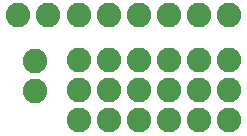
<source format=gts>
G75*
G70*
%OFA0B0*%
%FSLAX24Y24*%
%IPPOS*%
%LPD*%
%AMOC8*
5,1,8,0,0,1.08239X$1,22.5*
%
%ADD10C,0.0820*%
D10*
X003084Y001419D03*
X004084Y001419D03*
X005084Y001419D03*
X006084Y001419D03*
X007084Y001419D03*
X008084Y001419D03*
X008084Y002419D03*
X007084Y002419D03*
X006084Y002419D03*
X005084Y002419D03*
X004084Y002419D03*
X003084Y002419D03*
X003084Y003419D03*
X004084Y003419D03*
X005084Y003419D03*
X006084Y003419D03*
X007084Y003419D03*
X008084Y003419D03*
X008084Y004919D03*
X007084Y004919D03*
X006084Y004919D03*
X005084Y004919D03*
X004084Y004919D03*
X003084Y004919D03*
X002069Y004927D03*
X001069Y004927D03*
X001635Y003399D03*
X001635Y002399D03*
M02*

</source>
